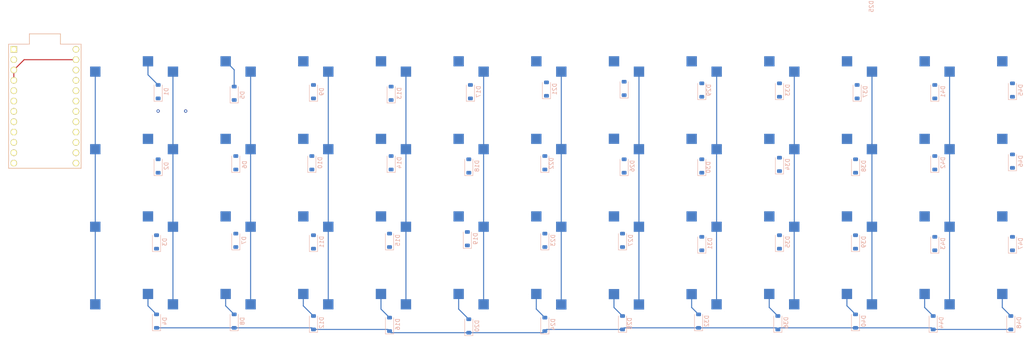
<source format=kicad_pcb>
(kicad_pcb (version 20221018) (generator pcbnew)
  (layers (0 "F.Cu" signal) (31 "B.Cu" signal) (34 "B.Paste" user) (35 "F.Paste" user) (36 "B.SilkS" user "B.Silkscreen") (37 "F.SilkS" user "F.Silkscreen") (38 "B.Mask" user) (39 "F.Mask" user) (44 "Edge.Cuts" user))
  (net 0 "")
  (net 6 "Net-(D1-A)")
  (net 7 "Net-(D2-A)")
  (net 8 "Net-(D3-A)")
  (net 9 "Net-(D4-A)")
  (net 10 "Net-(D5-A)")
  (net 11 "Net-(D6-A)")
  (net 12 "Net-(D7-A)")
  (net 13 "Net-(D8-A)")
  (net 14 "Net-(D9-A)")
  (net 15 "Net-(D10-A)")
  (net 16 "Net-(D11-A)")
  (net 17 "Net-(D12-A)")
  (net 18 "Net-(D13-A)")
  (net 19 "Net-(D14-A)")
  (net 20 "Net-(D15-A)")
  (net 21 "Net-(D16-A)")
  (net 22 "Net-(D17-A)")
  (net 23 "Net-(D18-A)")
  (net 24 "Net-(D19-A)")
  (net 25 "Net-(D20-A)")
  (net 26 "Net-(D21-A)")
  (net 27 "Net-(D22-A)")
  (net 28 "Net-(D23-A)")
  (net 29 "Net-(D24-A)")
  (net 30 "Net-(D25-A)")
  (net 31 "Net-(D26-A)")
  (net 32 "Net-(D27-A)")
  (net 33 "Net-(D28-A)")
  (net 34 "Net-(D29-A)")
  (net 35 "Net-(D30-A)")
  (net 36 "Net-(D31-A)")
  (net 37 "Net-(D32-A)")
  (net 38 "Net-(D33-A)")
  (net 39 "Net-(D34-A)")
  (net 40 "Net-(D35-A)")
  (net 41 "Net-(D36-A)")
  (net 42 "Net-(D37-A)")
  (net 43 "Net-(D38-A)")
  (net 44 "Net-(D39-A)")
  (net 45 "Net-(D40-A)")
  (net 46 "Net-(D41-A)")
  (net 47 "Net-(D42-A)")
  (net 48 "Net-(D43-A)")
  (net 49 "Net-(D44-A)")
  (net 50 "Net-(D45-A)")
  (net 51 "Net-(D46-A)")
  (net 52 "Net-(D47-A)")
  (net 53 "Net-(D48-A)")
  (net 54 "1")
  (net 55 "2")
  (net 56 "3")
  (net 57 "4")
  (net 58 "GND")
  (net 59 "A")
  (net 60 "B")
  (net 61 "C")
  (net 62 "D")
  (net 63 "E")
  (net 64 "F")
  (net 65 "G")
  (net 66 "H")
  (net 67 "I")
  (net 68 "J")
  (net 69 "K")
  (net 70 "L")
  (footprint "MX_Only:MXOnly-1U-Hotswap" (layer "F.Cu") (at 90.4818 83.3385)
    (fp_text reference "MX16")
    (fp_text value "MX-NoLED")
  )
  (footprint "MX_Only:MXOnly-1U-Hotswap" (layer "F.Cu") (at 71.433 83.3385)
    (fp_text reference "MX12")
    (fp_text value "MX-NoLED")
  )
  (footprint "MX_Only:MXOnly-1U-Hotswap" (layer "F.Cu") (at 33.3354 83.3385)
    (fp_text reference "MX4")
    (fp_text value "MX-NoLED")
  )
  (footprint "MX_Only:MXOnly-1U-Hotswap" (layer "F.Cu") (at 242.8722 45.2409)
    (fp_text reference "MX46")
    (fp_text value "MX-NoLED")
  )
  (footprint "MX_Only:MXOnly-1U-Hotswap" (layer "F.Cu") (at 128.5794 83.3397)
    (fp_text reference "MX24")
    (fp_text value "MX-NoLED")
  )
  (footprint "promicro:ProMicro" (layer "F.Cu") (at 13.88975 32.14485 -90)
    (fp_text reference "U1" hide)
    (fp_text value "ProMicro")
  )
  (footprint "MX_Only:MXOnly-1U-Hotswap" (layer "F.Cu") (at 52.3842 83.3385)
    (fp_text reference "MX8")
    (fp_text value "MX-NoLED")
  )
  (footprint "MX_Only:MXOnly-1U-Hotswap" (layer "F.Cu") (at 204.7875 45.24375)
    (fp_text reference "MX38")
    (fp_text value "MX-NoLED")
  )
  (footprint "MX_Only:MXOnly-1U-Hotswap" (layer "F.Cu") (at 242.8722 64.2897)
    (fp_text reference "MX47")
    (fp_text value "MX-NoLED")
  )
  (footprint "MX_Only:MXOnly-1U-Hotswap" (layer "F.Cu") (at 242.8722 83.3385)
    (fp_text reference "MX48")
    (fp_text value "MX-NoLED")
  )
  (footprint "MX_Only:MXOnly-1U-Hotswap" (layer "F.Cu") (at 242.8722 26.1921)
    (fp_text reference "MX45")
    (fp_text value "MX-NoLED")
  )
  (footprint "MX_Only:MXOnly-1U-Hotswap" (layer "F.Cu") (at 147.6375 26.19375)
    (fp_text reference "MX25")
    (fp_text value "MX-NoLED")
  )
  (footprint "MX_Only:MXOnly-1U-Hotswap" (layer "F.Cu") (at 147.627 64.2909)
    (fp_text reference "MX27")
    (fp_text value "MX-NoLED")
  )
  (footprint "MX_Only:MXOnly-1U-Hotswap" (layer "F.Cu") (at 128.5794 64.2897)
    (fp_text reference "MX23")
    (fp_text value "MX-NoLED")
  )
  (footprint "MX_Only:MXOnly-1U-Hotswap" (layer "F.Cu") (at 223.8234 83.3385)
    (fp_text reference "MX44")
    (fp_text value "MX-NoLED")
  )
  (footprint "MX_Only:MXOnly-1U-Hotswap" (layer "F.Cu") (at 109.5306 83.3385)
    (fp_text reference "MX20")
    (fp_text value "MX-NoLED")
  )
  (footprint "MX_Only:MXOnly-1U-Hotswap" (layer "F.Cu") (at 109.5306 26.1921)
    (fp_text reference "MX17")
    (fp_text value "MX-NoLED")
  )
  (footprint "MX_Only:MXOnly-1U-Hotswap" (layer "F.Cu") (at 223.8234 45.2409)
    (fp_text reference "MX42")
    (fp_text value "MX-NoLED")
  )
  (footprint "MX_Only:MXOnly-1U-Hotswap" (layer "F.Cu") (at 147.627 45.21715)
    (fp_text reference "MX26")
    (fp_text value "MX-NoLED")
  )
  (footprint "MX_Only:MXOnly-1U-Hotswap" (layer "F.Cu") (at 223.8234 64.2897)
    (fp_text reference "MX43")
    (fp_text value "MX-NoLED")
  )
  (footprint "MX_Only:MXOnly-1U-Hotswap" (layer "F.Cu") (at 185.7246 64.2897)
    (fp_text reference "MX35")
    (fp_text value "MX-NoLED")
  )
  (footprint "MX_Only:MXOnly-1U-Hotswap" (layer "F.Cu") (at 90.4875 26.19375)
    (fp_text reference "MX13")
    (fp_text value "MX-NoLED")
  )
  (footprint "MX_Only:MXOnly-1U-Hotswap" (layer "F.Cu") (at 128.5875 26.19375)
    (fp_text reference "MX21")
    (fp_text value "MX-NoLED")
  )
  (footprint "MX_Only:MXOnly-1U-Hotswap" (layer "F.Cu") (at 223.8375 26.19375)
    (fp_text reference "MX41")
    (fp_text value "MX-NoLED")
  )
  (footprint "MX_Only:MXOnly-1U-Hotswap" (layer "F.Cu") (at 166.677 64.2909)
    (fp_text reference "MX31")
    (fp_text value "MX-NoLED")
  )
  (footprint "MX_Only:MXOnly-1U-Hotswap" (layer "F.Cu") (at 185.7375 45.24375)
    (fp_text reference "MX34")
    (fp_text value "MX-NoLED")
  )
  (footprint "MX_Only:MXOnly-1U-Hotswap" (layer "F.Cu") (at 33.3354 64.2897)
    (fp_text reference "MX3")
    (fp_text value "MX-NoLED")
  )
  (footprint "MX_Only:MXOnly-1U-Hotswap" (layer "F.Cu") (at 204.7875 26.19375)
    (fp_text reference "MX37")
    (fp_text value "MX-NoLED")
  )
  (footprint "MX_Only:MXOnly-1U-Hotswap" (layer "F.Cu") (at 185.7375 26.19375)
    (fp_text reference "MX33")
    (fp_text value "MX-NoLED")
  )
  (footprint "MX_Only:MXOnly-1U-Hotswap" (layer "F.Cu") (at 33.3354 45.2409)
    (fp_text reference "MX2")
    (fp_text value "MX-NoLED")
  )
  (footprint "MX_Only:MXOnly-1U-Hotswap" (layer "F.Cu") (at 90.483 45.2409)
    (fp_text reference "MX14")
    (fp_text value "MX-NoLED")
  )
  (footprint "MX_Only:MXOnly-1U-Hotswap" (layer "F.Cu") (at 166.6875 26.19375)
    (fp_text reference "MX29")
    (fp_text value "MX-NoLED")
  )
  (footprint "MX_Only:MXOnly-1U-Hotswap" (layer "F.Cu") (at 52.3875 26.1921)
    (fp_text reference "MX5")
    (fp_text value "MX-NoLED")
  )
  (footprint "MX_Only:MXOnly-1U-Hotswap" (layer "F.Cu") (at 109.5306 45.2409)
    (fp_text reference "MX18")
    (fp_text value "MX-NoLED")
  )
  (footprint "MX_Only:MXOnly-1U-Hotswap" (layer "F.Cu") (at 166.677 83.37965)
    (fp_text reference "MX32")
    (fp_text value "MX-NoLED")
  )
  (footprint "MX_Only:MXOnly-1U-Hotswap" (layer "F.Cu") (at 52.3842 64.2897)
    (fp_text reference "MX7")
    (fp_text value "MX-NoLED")
  )
  (footprint "MX_Only:MXOnly-1U-Hotswap" (layer "F.Cu") (at 185.71255 83.33435)
    (fp_text reference "MX36")
    (fp_text value "MX-NoLED")
  )
  (footprint "MX_Only:MXOnly-1U-Hotswap" (layer "F.Cu") (at 204.7746 64.2897)
    (fp_text reference "MX39")
    (fp_text value "MX-NoLED")
  )
  (footprint "MX_Only:MXOnly-1U-Hotswap" (layer "F.Cu") (at 71.4375 26.19375)
    (fp_text reference "MX9")
    (fp_text value "MX-NoLED")
  )
  (footprint "MX_Only:MXOnly-1U-Hotswap" (layer "F.Cu") (at 71.433 64.2909)
    (fp_text reference "MX11")
    (fp_text value "MX-NoLED")
  )
  (footprint "MX_Only:MXOnly-1U-Hotswap" (layer "F.Cu") (at 52.3842 45.2409)
    (fp_text reference "MX6")
    (fp_text value "MX-NoLED")
  )
  (footprint "MX_Only:MXOnly-1U-Hotswap" (layer "F.Cu") (at 33.3354 26.1921)
    (fp_text reference "MX1")
    (fp_text value "MX-NoLED")
  )
  (footprint "MX_Only:MXOnly-1U-Hotswap" (layer "F.Cu") (at 204.76135 83.33435)
    (fp_text reference "MX40")
    (fp_text value "MX-NoLED")
  )
  (footprint "MX_Only:MXOnly-1U-Hotswap" (layer "F.Cu") (at 128.5794 45.2409)
    (fp_text reference "MX22")
    (fp_text value "MX-NoLED")
  )
  (footprint "MX_Only:MXOnly-1U-Hotswap" (layer "F.Cu") (at 147.627 83.37965)
    (fp_text reference "MX28")
    (fp_text value "MX-NoLED")
  )
  (footprint "MX_Only:MXOnly-1U-Hotswap" (layer "F.Cu") (at 109.5306 64.2897)
    (fp_text reference "MX19")
    (fp_text value "MX-NoLED")
  )
  (footprint "MX_Only:MXOnly-1U-Hotswap" (layer "F.Cu") (at 71.433 45.2409)
    (fp_text reference "MX10")
    (fp_text value "MX-NoLED")
  )
  (footprint "MX_Only:MXOnly-1U-Hotswap" (layer "F.Cu") (at 90.483 64.2909)
    (fp_text reference "MX15")
    (fp_text value "MX-NoLED")
  )
  (footprint "MX_Only:MXOnly-1U-Hotswap" (layer "F.Cu") (at 166.677 45.2409)
    (fp_text reference "MX30")
    (fp_text value "MX-NoLED")
  )
  (footprint "Diode_SMD:D_SOD-123" (layer "B.Cu") (at 79.76685 28.5732 90)
    (fp_text reference "D9")
    (fp_text value "D_Small")
  )
  (footprint "Diode_SMD:D_SOD-123" (layer "B.Cu") (at 41.2724 84.9259 90)
    (fp_text reference "D4")
    (fp_text value "D_Small")
  )
  (footprint "Diode_SMD:D_SOD-123" (layer "B.Cu") (at 175.01085 28.17635 90)
    (fp_text reference "D29")
    (fp_text value "D_Small")
  )
  (footprint "Diode_SMD:D_SOD-123" (layer "B.Cu") (at 212.7116 65.48025 90)
    (fp_text reference "D39")
    (fp_text value "D_Small")
  )
  (footprint "Diode_SMD:D_SOD-123" (layer "B.Cu") (at 231.7604 85.32275 90)
    (fp_text reference "D44")
    (fp_text value "D_Small")
  )
  (footprint "Diode_SMD:D_SOD-123" (layer "B.Cu") (at 212.7116 84.9259 90)
    (fp_text reference "D40")
    (fp_text value "D_Small")
  )
  (footprint "Diode_SMD:D_SOD-123" (layer "B.Cu") (at 98.4188 85.7196 90)
    (fp_text reference "D16")
    (fp_text value "D_Small")
  )
  (footprint "Diode_SMD:D_SOD-123" (layer "B.Cu") (at 232.15725 28.5732 90)
    (fp_text reference "D41")
    (fp_text value "D_Small")
  )
  (footprint "Diode_SMD:D_SOD-123" (layer "B.Cu") (at 41.2724 65.48025 90)
    (fp_text reference "D3")
    (fp_text value "D_Small")
  )
  (footprint "Diode_SMD:D_SOD-123" (layer "B.Cu") (at 60.3212 84.9259 90)
    (fp_text reference "D8")
    (fp_text value "D_Small")
  )
  (footprint "Diode_SMD:D_SOD-123" (layer "B.Cu") (at 250.8092 85.32275 90)
    (fp_text reference "D48")
    (fp_text value "D_Small")
  )
  (footprint "Diode_SMD:D_SOD-123" (layer "B.Cu") (at 155.5652 85.32275 90)
    (fp_text reference "D28")
    (fp_text value "D_Small")
  )
  (footprint "Diode_SMD:D_SOD-123" (layer "B.Cu") (at 193.6628 85.32275 90)
    (fp_text reference "D36")
    (fp_text value "D_Small")
  )
  (footprint "Diode_SMD:D_SOD-123" (layer "B.Cu") (at 60.3212 28.97005 90)
    (fp_text reference "D5")
    (fp_text value "D_Small")
  )
  (footprint "Diode_SMD:D_SOD-123" (layer "B.Cu") (at 60.71805 46.0346 90)
    (fp_text reference "D6")
    (fp_text value "D_Small")
  )
  (footprint "Diode_SMD:D_SOD-123" (layer "B.Cu") (at 232.15725 65.8771 90)
    (fp_text reference "D43")
    (fp_text value "D_Small")
  )
  (footprint "Diode_SMD:D_SOD-123" (layer "B.Cu") (at 175.01085 46.8283 90)
    (fp_text reference "D30")
    (fp_text value "D_Small")
  )
  (footprint "Diode_SMD:D_SOD-123" (layer "B.Cu") (at 251.20605 45.63775 90)
    (fp_text reference "D46")
    (fp_text value "D_Small")
  )
  (footprint "Diode_SMD:D_SOD-123" (layer "B.Cu") (at 98.4188 65.0834 90)
    (fp_text reference "D15")
    (fp_text value "D_Small")
  )
  (footprint "Diode_SMD:D_SOD-123" (layer "B.Cu") (at 212.725 46.83125 90)
    (fp_text reference "D38")
    (fp_text value "D_Small")
  )
  (footprint "Diode_SMD:D_SOD-123" (layer "B.Cu") (at 117.5106 64.68655 90)
    (fp_text reference "D19")
    (fp_text value "D_Small")
  )
  (footprint "Diode_SMD:D_SOD-123" (layer "B.Cu") (at 155.96205 46.8283 90)
    (fp_text reference "D26")
    (fp_text value "D_Small")
  )
  (footprint "Diode_SMD:D_SOD-123" (layer "B.Cu") (at 232.15725 46.0346 90)
    (fp_text reference "D42")
    (fp_text value "D_Small")
  )
  (footprint "Diode_SMD:D_SOD-123" (layer "B.Cu") (at 98.81565 28.97005 90)
    (fp_text reference "D13")
    (fp_text value "D_Small")
  )
  (footprint "Diode_SMD:D_SOD-123" (layer "B.Cu") (at 155.96205 27.7795 90)
    (fp_text reference "D25")
    (fp_text value "D_Small")
  )
  (footprint "Diode_SMD:D_SOD-123" (layer "B.Cu") (at 194.05965 65.48025 90)
    (fp_text reference "D35")
    (fp_text value "D_Small")
  )
  (footprint "Diode_SMD:D_SOD-123" (layer "B.Cu") (at 41.66925 46.8283 90)
    (fp_text reference "D2")
    (fp_text value "D_Small")
  )
  (footprint "Diode_SMD:D_SOD-123" (layer "B.Cu") (at 79.76685 65.48025 90)
    (fp_text reference "D11")
    (fp_text value "D_Small")
  )
  (footprint "Diode_SMD:D_SOD-123" (layer "B.Cu") (at 136.5164 46.0346 90)
    (fp_text reference "D22")
    (fp_text value "D_Small")
  )
  (footprint "Diode_SMD:D_SOD-123" (layer "B.Cu") (at 98.81565 46.0346 90)
    (fp_text reference "D14")
    (fp_text value "D_Small")
  )
  (footprint "Diode_SMD:D_SOD-123" (layer "B.Cu") (at 194.05965 46.43145 90)
    (fp_text reference "D34")
    (fp_text value "D_Small")
  )
  (footprint "Diode_SMD:D_SOD-123" (layer "B.Cu") (at 41.66925 28.5732 90)
    (fp_text reference "D1")
    (fp_text value "D_Small")
  )
  (footprint "Diode_SMD:D_SOD-123" (layer "B.Cu") (at 118.2613 28.5732 90)
    (fp_text reference "D17")
    (fp_text value "D_Small")
  )
  (footprint "Diode_SMD:D_SOD-123" (layer "B.Cu") (at 117.86445 46.8283 90)
    (fp_text reference "D18")
    (fp_text value "D_Small")
  )
  (footprint "Diode_SMD:D_SOD-123" (layer "B.Cu") (at 174.21715 84.9259 90)
    (fp_text reference "D32")
    (fp_text value "D_Small")
  )
  (footprint "Diode_SMD:D_SOD-123" (layer "B.Cu") (at 251.20605 28.17635 90)
    (fp_text reference "D45")
    (fp_text value "D_Small")
  )
  (footprint "Diode_SMD:D_SOD-123" (layer "B.Cu") (at 136.5169 85.7196 90)
    (fp_text reference "D24")
    (fp_text value "D_Small")
  )
  (footprint "Diode_SMD:D_SOD-123" (layer "B.Cu") (at 136.5169 65.0834 90)
    (fp_text reference "D23")
    (fp_text value "D_Small")
  )
  (footprint "Diode_SMD:D_SOD-123" (layer "B.Cu") (at 79.76685 85.32275 90)
    (fp_text reference "D12")
    (fp_text value "D_Small")
  )
  (footprint "Diode_SMD:D_SOD-123" (layer "B.Cu") (at 60.71805 65.0834 90)
    (fp_text reference "D7")
    (fp_text value "D_Small")
  )
  (footprint "Diode_SMD:D_SOD-123" (layer "B.Cu") (at 79.37 46.0346 90)
    (fp_text reference "D10")
    (fp_text value "D_Small")
  )
  (footprint "Diode_SMD:D_SOD-123" (layer "B.Cu") (at 194.05965 28.17635 90)
    (fp_text reference "D33")
    (fp_text value "D_Small")
  )
  (footprint "Diode_SMD:D_SOD-123" (layer "B.Cu") (at 251.20605 65.8771 90)
    (fp_text reference "D47")
    (fp_text value "D_Small")
  )
  (footprint "Diode_SMD:D_SOD-123" (layer "B.Cu") (at 155.5652 65.0834 90)
    (fp_text reference "D27")
    (fp_text value "D_Small")
  )
  (footprint "Diode_SMD:D_SOD-123" (layer "B.Cu") (at 213.10845 28.5732 90)
    (fp_text reference "D37")
    (fp_text value "D_Small")
  )
  (footprint "Diode_SMD:D_SOD-123" (layer "B.Cu") (at 117.86445 86.11645 90)
    (fp_text reference "D20")
    (fp_text value "D_Small")
  )
  (footprint "Diode_SMD:D_SOD-123" (layer "B.Cu") (at 175.01085 65.8771 90)
    (fp_text reference "D31")
    (fp_text value "D_Small")
  )
  (footprint "Diode_SMD:D_SOD-123" (layer "B.Cu") (at 136.91325 27.94 90)
    (fp_text reference "D21")
    (fp_text value "D_Small")
  )
  (via (at 41.66925 33.3354) (size 0.8) (drill 0.4) (layers "F.Cu" "B.Cu") (net 0))
  (via (at 48.4157 33.3354) (size 0.8) (drill 0.4) (layers "F.Cu" "B.Cu") (net 0))
  (segment (start 39.1774 21.1121) (end 39.1774 24.43135) (width 0.25) (layer "B.Cu") (net 6))
  (segment (start 39.1774 24.43135) (end 41.66925 26.9232) (width 0.25) (layer "B.Cu") (net 6))
  (segment (start 39.1774 81.1809) (end 41.2724 83.2759) (width 0.25) (layer "B.Cu") (net 9))
  (segment (start 39.1774 78.2585) (end 39.1774 81.1809) (width 0.25) (layer "B.Cu") (net 9))
  (segment (start 58.2295 21.1121) (end 60.3212 23.2038) (width 0.25) (layer "B.Cu") (net 10))
  (segment (start 60.3212 23.2038) (end 60.3212 27.32005) (width 0.25) (layer "B.Cu") (net 10))
  (segment (start 58.2262 81.1809) (end 60.3212 83.2759) (width 0.25) (layer "B.Cu") (net 13))
  (segment (start 58.2262 78.2585) (end 58.2262 81.1809) (width 0.25) (layer "B.Cu") (net 13))
  (segment (start 58.2262 78.68705) (end 57.9401 78.97315) (width 0.25) (layer "B.Cu") (net 13))
  (segment (start 58.2262 78.2585) (end 58.2262 78.68705) (width 0.25) (layer "B.Cu") (net 13))
  (segment (start 77.275 81.1809) (end 79.76685 83.67275) (width 0.25) (layer "B.Cu") (net 17))
  (segment (start 77.275 78.2585) (end 77.275 81.1809) (width 0.25) (layer "B.Cu") (net 17))
  (segment (start 96.3238 81.9746) (end 98.4188 84.0696) (width 0.25) (layer "B.Cu") (net 21))
  (segment (start 96.3238 78.2585) (end 96.3238 81.9746) (width 0.25) (layer "B.Cu") (net 21))
  (segment (start 115.3726 78.2585) (end 115.3726 81.9746) (width 0.25) (layer "B.Cu") (net 25))
  (segment (start 115.3726 81.9746) (end 117.86445 84.46645) (width 0.25) (layer "B.Cu") (net 25))
  (segment (start 134.4214 78.2597) (end 134.4214 81.9741) (width 0.25) (layer "B.Cu") (net 29))
  (segment (start 134.4214 81.9741) (end 136.5169 84.0696) (width 0.25) (layer "B.Cu") (net 29))
  (segment (start 153.469 78.29965) (end 153.469 81.57655) (width 0.25) (layer "B.Cu") (net 33))
  (segment (start 153.469 81.57655) (end 155.5652 83.67275) (width 0.25) (layer "B.Cu") (net 33))
  (segment (start 172.519 81.57775) (end 174.21715 83.2759) (width 0.25) (layer "B.Cu") (net 37))
  (segment (start 172.519 78.29965) (end 172.519 81.57775) (width 0.25) (layer "B.Cu") (net 37))
  (segment (start 191.55455 78.25435) (end 191.55455 81.5645) (width 0.25) (layer "B.Cu") (net 41))
  (segment (start 191.55455 81.5645) (end 193.6628 83.67275) (width 0.25) (layer "B.Cu") (net 41))
  (segment (start 210.60335 78.25435) (end 210.60335 81.16765) (width 0.25) (layer "B.Cu") (net 45))
  (segment (start 210.60335 81.16765) (end 212.7116 83.2759) (width 0.25) (layer "B.Cu") (net 45))
  (segment (start 229.6654 81.57775) (end 231.7604 83.67275) (width 0.25) (layer "B.Cu") (net 49))
  (segment (start 229.6654 78.2585) (end 229.6654 81.57775) (width 0.25) (layer "B.Cu") (net 49))
  (segment (start 248.7142 81.57775) (end 250.8092 83.67275) (width 0.25) (layer "B.Cu") (net 53))
  (segment (start 248.7142 78.2585) (end 248.7142 81.57775) (width 0.25) (layer "B.Cu") (net 53))
  (segment (start 136.91375 86.97275) (end 155.5652 86.97275) (width 0.25) (layer "B.Cu") (net 57))
  (segment (start 60.3212 86.5759) (end 79.37 86.5759) (width 0.25) (layer "B.Cu") (net 57))
  (segment (start 41.2724 86.5759) (end 60.3212 86.5759) (width 0.25) (layer "B.Cu") (net 57))
  (segment (start 117.86445 87.76645) (end 136.12005 87.76645) (width 0.25) (layer "B.Cu") (net 57))
  (segment (start 155.96205 86.5759) (end 174.21715 86.5759) (width 0.25) (layer "B.Cu") (net 57))
  (segment (start 79.76685 86.97275) (end 98.02195 86.97275) (width 0.25) (layer "B.Cu") (net 57))
  (segment (start 212.7116 86.5759) (end 231.36355 86.5759) (width 0.25) (layer "B.Cu") (net 57))
  (segment (start 98.81565 87.76645) (end 117.86445 87.76645) (width 0.25) (layer "B.Cu") (net 57))
  (segment (start 193.6628 86.97275) (end 194.05965 86.5759) (width 0.25) (layer "B.Cu") (net 57))
  (segment (start 79.37 86.5759) (end 79.76685 86.97275) (width 0.25) (layer "B.Cu") (net 57))
  (segment (start 136.5169 87.3696) (end 136.91375 86.97275) (width 0.25) (layer "B.Cu") (net 57))
  (segment (start 136.12005 87.76645) (end 136.5169 87.3696) (width 0.25) (layer "B.Cu") (net 57))
  (segment (start 231.7604 86.97275) (end 250.8092 86.97275) (width 0.25) (layer "B.Cu") (net 57))
  (segment (start 98.4188 87.3696) (end 98.81565 87.76645) (width 0.25) (layer "B.Cu") (net 57))
  (segment (start 193.26595 86.5759) (end 193.6628 86.97275) (width 0.25) (layer "B.Cu") (net 57))
  (segment (start 155.5652 86.97275) (end 155.96205 86.5759) (width 0.25) (layer "B.Cu") (net 57))
  (segment (start 194.05965 86.5759) (end 212.7116 86.5759) (width 0.25) (layer "B.Cu") (net 57))
  (segment (start 174.21715 86.5759) (end 193.26595 86.5759) (width 0.25) (layer "B.Cu") (net 57))
  (segment (start 98.02195 86.97275) (end 98.4188 87.3696) (width 0.25) (layer "B.Cu") (net 57))
  (segment (start 231.36355 86.5759) (end 231.7604 86.97275) (width 0.25) (layer "B.Cu") (net 57))
  (segment (start 8.80975 20.71485) (end 6.26975 23.25485) (width 0.25) (layer "F.Cu") (net 58))
  (segment (start 6.26975 25.79485) (end 6.26975 23.25485) (width 0.25) (layer "F.Cu") (net 58))
  (segment (start 21.50975 20.71485) (end 8.80975 20.71485) (width 0.25) (layer "F.Cu") (net 58))
  (segment (start 26.2504 42.7009) (end 26.2504 23.6521) (width 0.25) (layer "B.Cu") (net 59))
  (segment (start 26.2504 61.7497) (end 26.2504 42.7009) (width 0.25) (layer "B.Cu") (net 59))
  (segment (start 26.2504 80.7985) (end 26.2504 61.7497) (width 0.25) (layer "B.Cu") (net 59))
  (segment (start 45.2992 42.7009) (end 45.2992 23.6554) (width 0.25) (layer "B.Cu") (net 60))
  (segment (start 45.2992 61.7497) (end 45.2992 42.7009) (width 0.25) (layer "B.Cu") (net 60))
  (segment (start 45.2992 80.7985) (end 45.2992 61.7497) (width 0.25) (layer "B.Cu") (net 60))
  (segment (start 45.2992 23.6554) (end 45.3025 23.6521) (width 0.25) (layer "B.Cu") (net 60))
  (segment (start 64.348 61.7509) (end 64.348 42.7009) (width 0.25) (layer "B.Cu") (net 61))
  (segment (start 64.3525 42.6964) (end 64.348 42.7009) (width 0.25) (layer "B.Cu") (net 61))
  (segment (start 64.3525 23.65375) (end 64.3525 42.6964) (width 0.25) (layer "B.Cu") (net 61))
  (segment (start 64.348 80.7985) (end 64.348 61.7509) (width 0.25) (layer "B.Cu") (net 61))
  (segment (start 83.4025 42.6964) (end 83.398 42.7009) (width 0.25) (layer "B.Cu") (net 62))
  (segment (start 83.4025 23.65375) (end 83.4025 42.6964) (width 0.25) (layer "B.Cu") (net 62))
  (segment (start 83.398 42.7009) (end 83.398 61.7509) (width 0.25) (layer "B.Cu") (net 62))
  (segment (start 83.3968 80.7985) (end 83.3968 61.7521) (width 0.25) (layer "B.Cu") (net 62))
  (segment (start 83.3968 61.7521) (end 83.398 61.7509) (width 0.25) (layer "B.Cu") (net 62))
  (segment (start 102.4456 42.7009) (end 102.4456 61.7497) (width 0.25) (layer "B.Cu") (net 63))
  (segment (start 102.4456 61.7497) (end 102.4456 80.7985) (width 0.25) (layer "B.Cu") (net 63))
  (segment (start 102.4456 23.6521) (end 102.4456 42.7009) (width 0.25) (layer "B.Cu") (net 63))
  (segment (start 121.5025 42.6928) (end 121.4944 42.7009) (width 0.25) (layer "B.Cu") (net 64))
  (segment (start 121.4944 42.7009) (end 121.4944 61.7497) (width 0.25) (layer "B.Cu") (net 64))
  (segment (start 121.4944 80.7997) (end 121.4944 61.7497) (width 0.25) (layer "B.Cu") (net 64))
  (segment (start 121.5025 23.65375) (end 121.5025 42.6928) (width 0.25) (layer "B.Cu") (net 64))
  (segment (start 140.542 61.7509) (end 140.542 42.67715) (width 0.25) (layer "B.Cu") (net 65))
  (segment (start 140.5525 23.65375) (end 140.5525 42.66665) (width 0.25) (layer "B.Cu") (net 65))
  (segment (start 140.542 80.83965) (end 140.542 61.7509) (width 0.25) (layer "B.Cu") (net 65))
  (segment (start 140.5525 42.66665) (end 140.542 42.67715) (width 0.25) (layer "B.Cu") (net 65))
  (segment (start 159.592 80.83965) (end 159.592 61.7509) (width 0.25) (layer "B.Cu") (net 66))
  (segment (start 159.6025 23.65375) (end 159.6025 42.6904) (width 0.25) (layer "B.Cu") (net 66))
  (segment (start 159.592 61.7509) (end 159.592 42.7009) (width 0.25) (layer "B.Cu") (net 66))
  (segment (start 159.6025 42.6904) (end 159.592 42.7009) (width 0.25) (layer "B.Cu") (net 66))
  (segment (start 178.6396 61.7497) (end 178.6396 42.71665) (width 0.25) (layer "B.Cu") (net 67))
  (segment (start 178.6396 42.71665) (end 178.6525 42.70375) (width 0.25) (layer "B.Cu") (net 67))
  (segment (start 178.62755 61.76175) (end 178.6396 61.7497) (width 0.25) (layer "B.Cu") (net 67))
  (segment (start 178.62755 80.79435) (end 178.62755 61.76175) (width 0.25) (layer "B.Cu") (net 67))
  (segment (start 178.6525 42.70375) (end 178.6525 23.65375) (width 0.25) (layer "B.Cu") (net 67))
  (segment (start 197.7025 42.70375) (end 197.7025 61.7368) (width 0.25) (layer "B.Cu") (net 68))
  (segment (start 197.67635 61.76295) (end 197.6896 61.7497) (width 0.25) (layer "B.Cu") (net 68))
  (segment (start 197.67635 80.79435) (end 197.67635 61.76295) (width 0.25) (layer "B.Cu") (net 68))
  (segment (start 197.7025 61.7368) (end 197.6896 61.7497) (width 0.25) (layer "B.Cu") (net 68))
  (segment (start 197.7025 23.65375) (end 197.7025 42.70375) (width 0.25) (layer "B.Cu") (net 68))
  (segment (start 216.7525 42.6868) (end 216.7384 42.7009) (width 0.25) (layer "B.Cu") (net 69))
  (segment (start 216.7384 61.7497) (end 216.7384 80.7985) (width 0.25) (layer "B.Cu") (net 69))
  (segment (start 216.7525 41.2724) (end 216.7384 41.2865) (width 0.25) (layer "B.Cu") (net 69))
  (segment (start 216.7525 23.65375) (end 216.7525 41.2724) (width 0.25) (layer "B.Cu") (net 69))
  (segment (start 216.7525 41.2724) (end 216.7525 42.6868) (width 0.25) (layer "B.Cu") (net 69))
  (segment (start 216.7384 41.2865) (end 216.7384 61.7497) (width 0.25) (layer "B.Cu") (net 69))
  (segment (start 235.7872 42.7009) (end 235.7872 61.7497) (width 0.25) (layer "B.Cu") (net 70))
  (segment (start 235.7872 23.6521) (end 235.7872 42.7009) (width 0.25) (layer "B.Cu") (net 70))
  (segment (start 235.7872 80.7985) (end 235.7872 61.7497) (width 0.25) (layer "B.Cu") (net 70))
)
</source>
